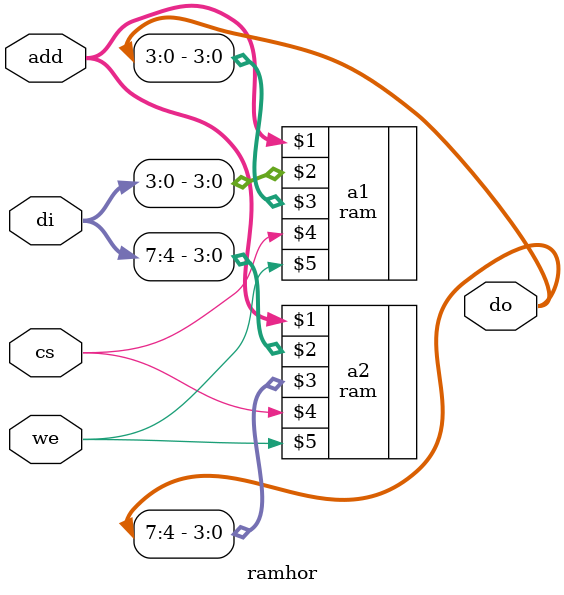
<source format=v>
module ramhor(add,di,do,cs,we);
	input [3:0]add;
	input [7:0]di;
	input cs,we;
	output [7:0]do;
	ram a1(add,di[3:0],do[3:0],cs,we);
	ram a2(add,di[7:4],do[7:4],cs,we);
endmodule
</source>
